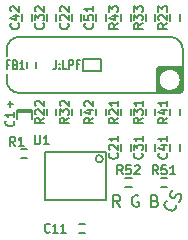
<source format=gto>
%TF.GenerationSoftware,KiCad,Pcbnew,(5.1.2-1)-1*%
%TF.CreationDate,2020-12-17T20:50:41+01:00*%
%TF.ProjectId,snes_rgb_bypass_amp,736e6573-5f72-4676-925f-627970617373,3.2*%
%TF.SameCoordinates,Original*%
%TF.FileFunction,Legend,Top*%
%TF.FilePolarity,Positive*%
%FSLAX46Y46*%
G04 Gerber Fmt 4.6, Leading zero omitted, Abs format (unit mm)*
G04 Created by KiCad (PCBNEW (5.1.2-1)-1) date 2020-12-17 20:50:41*
%MOMM*%
%LPD*%
G04 APERTURE LIST*
%ADD10C,0.152400*%
%ADD11C,0.152500*%
%ADD12C,0.203200*%
%ADD13C,0.150000*%
%ADD14C,0.160000*%
G04 APERTURE END LIST*
D10*
X145192857Y-100070214D02*
X145192857Y-100614500D01*
X145162619Y-100723357D01*
X145102142Y-100795928D01*
X145011428Y-100832214D01*
X144950952Y-100832214D01*
X145495238Y-100759642D02*
X145525476Y-100795928D01*
X145495238Y-100832214D01*
X145465000Y-100795928D01*
X145495238Y-100759642D01*
X145495238Y-100832214D01*
X145495238Y-100360500D02*
X145525476Y-100396785D01*
X145495238Y-100433071D01*
X145465000Y-100396785D01*
X145495238Y-100360500D01*
X145495238Y-100433071D01*
X146100000Y-100832214D02*
X145797619Y-100832214D01*
X145797619Y-100070214D01*
X146311666Y-100832214D02*
X146311666Y-100070214D01*
X146553571Y-100070214D01*
X146614047Y-100106500D01*
X146644285Y-100142785D01*
X146674523Y-100215357D01*
X146674523Y-100324214D01*
X146644285Y-100396785D01*
X146614047Y-100433071D01*
X146553571Y-100469357D01*
X146311666Y-100469357D01*
X147158333Y-100433071D02*
X146946666Y-100433071D01*
X146946666Y-100832214D02*
X146946666Y-100070214D01*
X147249047Y-100070214D01*
D11*
X141941000Y-104307500D02*
X143141000Y-104307500D01*
X141942000Y-104458840D02*
X143140880Y-104458840D01*
D12*
X150629476Y-112504619D02*
X150290809Y-112020809D01*
X150048904Y-112504619D02*
X150048904Y-111488619D01*
X150435952Y-111488619D01*
X150532714Y-111537000D01*
X150581095Y-111585380D01*
X150629476Y-111682142D01*
X150629476Y-111827285D01*
X150581095Y-111924047D01*
X150532714Y-111972428D01*
X150435952Y-112020809D01*
X150048904Y-112020809D01*
D13*
X141106428Y-103787857D02*
X141563571Y-103787857D01*
X141335000Y-104016428D02*
X141335000Y-103559285D01*
D12*
X155344576Y-112373075D02*
X155362285Y-112439165D01*
X155331613Y-112589053D01*
X155283232Y-112672851D01*
X155168761Y-112774358D01*
X155036582Y-112809775D01*
X154928593Y-112803293D01*
X154736806Y-112748430D01*
X154611109Y-112675859D01*
X154467703Y-112537198D01*
X154408095Y-112446918D01*
X154372678Y-112314739D01*
X154403350Y-112164851D01*
X154451731Y-112081053D01*
X154566201Y-111979546D01*
X154632291Y-111961837D01*
X155579999Y-112062072D02*
X155694470Y-111960566D01*
X155815422Y-111751070D01*
X155821904Y-111643081D01*
X155804195Y-111576991D01*
X155744588Y-111486711D01*
X155660789Y-111438330D01*
X155552801Y-111431849D01*
X155486711Y-111449557D01*
X155396431Y-111509165D01*
X155257770Y-111652571D01*
X155167490Y-111712179D01*
X155101400Y-111729888D01*
X154993411Y-111723406D01*
X154909613Y-111675025D01*
X154850005Y-111584745D01*
X154832297Y-111518655D01*
X154838779Y-111410666D01*
X154959731Y-111201171D01*
X155074201Y-111099664D01*
X152181095Y-111537000D02*
X152084333Y-111488619D01*
X151939190Y-111488619D01*
X151794047Y-111537000D01*
X151697285Y-111633761D01*
X151648904Y-111730523D01*
X151600523Y-111924047D01*
X151600523Y-112069190D01*
X151648904Y-112262714D01*
X151697285Y-112359476D01*
X151794047Y-112456238D01*
X151939190Y-112504619D01*
X152035952Y-112504619D01*
X152181095Y-112456238D01*
X152229476Y-112407857D01*
X152229476Y-112069190D01*
X152035952Y-112069190D01*
X153587571Y-111972428D02*
X153732714Y-112020809D01*
X153781095Y-112069190D01*
X153829476Y-112165952D01*
X153829476Y-112311095D01*
X153781095Y-112407857D01*
X153732714Y-112456238D01*
X153635952Y-112504619D01*
X153248904Y-112504619D01*
X153248904Y-111488619D01*
X153587571Y-111488619D01*
X153684333Y-111537000D01*
X153732714Y-111585380D01*
X153781095Y-111682142D01*
X153781095Y-111778904D01*
X153732714Y-111875666D01*
X153684333Y-111924047D01*
X153587571Y-111972428D01*
X153248904Y-111972428D01*
D10*
X144295000Y-107815000D02*
X144295000Y-111915000D01*
X149475000Y-107815000D02*
X149475000Y-111915000D01*
X149475000Y-107815000D02*
X144295000Y-107815000D01*
X149475000Y-111915000D02*
X144295000Y-111915000D01*
X149173540Y-108424820D02*
G75*
G03X149173540Y-108424820I-305857J0D01*
G01*
D13*
G36*
X154355000Y-100715000D02*
G01*
X154225000Y-100775000D01*
X154135000Y-100825000D01*
X154065000Y-100925000D01*
X153935000Y-101065000D01*
X153875000Y-101165000D01*
X153835000Y-101245000D01*
X153775000Y-101255000D01*
X153775000Y-101115000D01*
X153755000Y-100985000D01*
X153785000Y-100825000D01*
X153825000Y-100715000D01*
X153895000Y-100665000D01*
X154315000Y-100685000D01*
X154355000Y-100715000D01*
G37*
X154355000Y-100715000D02*
X154225000Y-100775000D01*
X154135000Y-100825000D01*
X154065000Y-100925000D01*
X153935000Y-101065000D01*
X153875000Y-101165000D01*
X153835000Y-101245000D01*
X153775000Y-101255000D01*
X153775000Y-101115000D01*
X153755000Y-100985000D01*
X153785000Y-100825000D01*
X153825000Y-100715000D01*
X153895000Y-100665000D01*
X154315000Y-100685000D01*
X154355000Y-100715000D01*
G36*
X153785000Y-102255000D02*
G01*
X153775000Y-102395000D01*
X153775000Y-102585000D01*
X153795000Y-102705000D01*
X153835000Y-102755000D01*
X153895000Y-102795000D01*
X153985000Y-102815000D01*
X154335000Y-102805000D01*
X153785000Y-102255000D01*
G37*
X153785000Y-102255000D02*
X153775000Y-102395000D01*
X153775000Y-102585000D01*
X153795000Y-102705000D01*
X153835000Y-102755000D01*
X153895000Y-102795000D01*
X153985000Y-102815000D01*
X154335000Y-102805000D01*
X153785000Y-102255000D01*
G36*
X155905000Y-102195000D02*
G01*
X155895000Y-102635000D01*
X155805000Y-102805000D01*
X155645000Y-102845000D01*
X155305000Y-102815000D01*
X155905000Y-102195000D01*
G37*
X155905000Y-102195000D02*
X155895000Y-102635000D01*
X155805000Y-102805000D01*
X155645000Y-102845000D01*
X155305000Y-102815000D01*
X155905000Y-102195000D01*
G36*
X155165000Y-100665000D02*
G01*
X155285000Y-100645000D01*
X155805000Y-101405000D01*
X155915000Y-101285000D01*
X155915000Y-100695000D01*
X155885000Y-100695000D01*
X155165000Y-100665000D01*
G37*
X155165000Y-100665000D02*
X155285000Y-100645000D01*
X155805000Y-101405000D01*
X155915000Y-101285000D01*
X155915000Y-100695000D01*
X155885000Y-100695000D01*
X155165000Y-100665000D01*
D14*
X155921002Y-101755000D02*
G75*
G03X155921002Y-101755000I-1086002J0D01*
G01*
X155765000Y-101755000D02*
G75*
G03X155765000Y-101755000I-930000J0D01*
G01*
D13*
X153996800Y-100639000D02*
X155698600Y-100639000D01*
X153719000Y-102593200D02*
X153719000Y-100916800D01*
D10*
X142135000Y-102871000D02*
X155673200Y-102871000D01*
X141019000Y-99215000D02*
X141019000Y-99723000D01*
X142135000Y-102871000D02*
G75*
G02X141019000Y-101755000I0J1116000D01*
G01*
X142135000Y-98099000D02*
X154835000Y-98099000D01*
X141019000Y-99215000D02*
G75*
G02X142135000Y-98099000I1116000J0D01*
G01*
D13*
X155951000Y-99215000D02*
X155951000Y-102593200D01*
D10*
X154835000Y-98099000D02*
G75*
G02X155951000Y-99215000I0J-1116000D01*
G01*
D13*
X153719000Y-100916800D02*
G75*
G02X153996800Y-100639000I277800J0D01*
G01*
D10*
X155951000Y-102593200D02*
G75*
G02X155673200Y-102871000I-277800J0D01*
G01*
D13*
X155673200Y-100639000D02*
G75*
G02X155951000Y-100916800I0J-277800D01*
G01*
X153996800Y-102871000D02*
G75*
G02X153719000Y-102593200I0J277800D01*
G01*
D10*
X141019000Y-101247000D02*
X141019000Y-101755000D01*
X148986600Y-101020900D02*
X148986600Y-99954100D01*
X147513400Y-101020900D02*
X147513400Y-99954100D01*
X148986600Y-99954100D02*
X147513400Y-99954100D01*
X148986600Y-101020900D02*
X147513400Y-101020900D01*
X142740000Y-100202500D02*
X142740000Y-100742500D01*
X143540000Y-100202500D02*
X143540000Y-100742500D01*
X141941000Y-104307500D02*
X141941000Y-105057500D01*
X143141000Y-104307500D02*
X143141000Y-105057500D01*
X154610200Y-110032300D02*
X154070200Y-110032300D01*
X154610200Y-110832300D02*
X154070200Y-110832300D01*
X151610200Y-110032300D02*
X151070200Y-110032300D01*
X151610200Y-110832300D02*
X151070200Y-110832300D01*
X142197700Y-108382300D02*
X142737700Y-108382300D01*
X142197700Y-107582300D02*
X142737700Y-107582300D01*
X155692300Y-104739800D02*
X155692300Y-104199800D01*
X154892300Y-104739800D02*
X154892300Y-104199800D01*
X153602300Y-104739800D02*
X153602300Y-104199800D01*
X152802300Y-104739800D02*
X152802300Y-104199800D01*
X151512300Y-104739800D02*
X151512300Y-104199800D01*
X150712300Y-104739800D02*
X150712300Y-104199800D01*
X149422300Y-104739800D02*
X149422300Y-104199800D01*
X148622300Y-104739800D02*
X148622300Y-104199800D01*
X147332300Y-104739800D02*
X147332300Y-104199800D01*
X146532300Y-104739800D02*
X146532300Y-104199800D01*
X145242300Y-104739800D02*
X145242300Y-104199800D01*
X144442300Y-104739800D02*
X144442300Y-104199800D01*
X155692300Y-96747300D02*
X155692300Y-96207300D01*
X154892300Y-96747300D02*
X154892300Y-96207300D01*
X153602300Y-96747300D02*
X153602300Y-96207300D01*
X152802300Y-96747300D02*
X152802300Y-96207300D01*
X151512300Y-96747300D02*
X151512300Y-96207300D01*
X150712300Y-96747300D02*
X150712300Y-96207300D01*
X147132300Y-114742700D02*
X147672300Y-114742700D01*
X147132300Y-113942700D02*
X147672300Y-113942700D01*
X155692300Y-107732300D02*
X155692300Y-107192300D01*
X154892300Y-107732300D02*
X154892300Y-107192300D01*
X153602300Y-107732300D02*
X153602300Y-107192300D01*
X152802300Y-107732300D02*
X152802300Y-107192300D01*
X151512300Y-107732300D02*
X151512300Y-107192300D01*
X150712300Y-107732300D02*
X150712300Y-107192300D01*
X149422300Y-96747300D02*
X149422300Y-96207300D01*
X148622300Y-96747300D02*
X148622300Y-96207300D01*
X147332300Y-96747300D02*
X147332300Y-96207300D01*
X146532300Y-96747300D02*
X146532300Y-96207300D01*
X145242300Y-96747300D02*
X145242300Y-96207300D01*
X144442300Y-96747300D02*
X144442300Y-96207300D01*
X143152300Y-96747300D02*
X143152300Y-96207300D01*
X142352300Y-96747300D02*
X142352300Y-96207300D01*
X143384428Y-106452714D02*
X143384428Y-107069571D01*
X143420714Y-107142142D01*
X143457000Y-107178428D01*
X143529571Y-107214714D01*
X143674714Y-107214714D01*
X143747285Y-107178428D01*
X143783571Y-107142142D01*
X143819857Y-107069571D01*
X143819857Y-106452714D01*
X144581857Y-107214714D02*
X144146428Y-107214714D01*
X144364142Y-107214714D02*
X144364142Y-106452714D01*
X144291571Y-106561571D01*
X144219000Y-106634142D01*
X144146428Y-106670428D01*
X141230833Y-100467071D02*
X141019166Y-100467071D01*
X141019166Y-100866214D02*
X141019166Y-100104214D01*
X141321547Y-100104214D01*
X141775119Y-100467071D02*
X141865833Y-100503357D01*
X141896071Y-100539642D01*
X141926309Y-100612214D01*
X141926309Y-100721071D01*
X141896071Y-100793642D01*
X141865833Y-100829928D01*
X141805357Y-100866214D01*
X141563452Y-100866214D01*
X141563452Y-100104214D01*
X141775119Y-100104214D01*
X141835595Y-100140500D01*
X141865833Y-100176785D01*
X141896071Y-100249357D01*
X141896071Y-100321928D01*
X141865833Y-100394500D01*
X141835595Y-100430785D01*
X141775119Y-100467071D01*
X141563452Y-100467071D01*
X142531071Y-100866214D02*
X142168214Y-100866214D01*
X142349642Y-100866214D02*
X142349642Y-100104214D01*
X142289166Y-100213071D01*
X142228690Y-100285642D01*
X142168214Y-100321928D01*
X141607142Y-105209500D02*
X141643428Y-105245785D01*
X141679714Y-105354642D01*
X141679714Y-105427214D01*
X141643428Y-105536071D01*
X141570857Y-105608642D01*
X141498285Y-105644928D01*
X141353142Y-105681214D01*
X141244285Y-105681214D01*
X141099142Y-105644928D01*
X141026571Y-105608642D01*
X140954000Y-105536071D01*
X140917714Y-105427214D01*
X140917714Y-105354642D01*
X140954000Y-105245785D01*
X140990285Y-105209500D01*
X141679714Y-104483785D02*
X141679714Y-104919214D01*
X141679714Y-104701500D02*
X140917714Y-104701500D01*
X141026571Y-104774071D01*
X141099142Y-104846642D01*
X141135428Y-104919214D01*
X153837642Y-109739714D02*
X153583642Y-109376857D01*
X153402214Y-109739714D02*
X153402214Y-108977714D01*
X153692500Y-108977714D01*
X153765071Y-109014000D01*
X153801357Y-109050285D01*
X153837642Y-109122857D01*
X153837642Y-109231714D01*
X153801357Y-109304285D01*
X153765071Y-109340571D01*
X153692500Y-109376857D01*
X153402214Y-109376857D01*
X154527071Y-108977714D02*
X154164214Y-108977714D01*
X154127928Y-109340571D01*
X154164214Y-109304285D01*
X154236785Y-109268000D01*
X154418214Y-109268000D01*
X154490785Y-109304285D01*
X154527071Y-109340571D01*
X154563357Y-109413142D01*
X154563357Y-109594571D01*
X154527071Y-109667142D01*
X154490785Y-109703428D01*
X154418214Y-109739714D01*
X154236785Y-109739714D01*
X154164214Y-109703428D01*
X154127928Y-109667142D01*
X155289071Y-109739714D02*
X154853642Y-109739714D01*
X155071357Y-109739714D02*
X155071357Y-108977714D01*
X154998785Y-109086571D01*
X154926214Y-109159142D01*
X154853642Y-109195428D01*
X150837642Y-109739714D02*
X150583642Y-109376857D01*
X150402214Y-109739714D02*
X150402214Y-108977714D01*
X150692500Y-108977714D01*
X150765071Y-109014000D01*
X150801357Y-109050285D01*
X150837642Y-109122857D01*
X150837642Y-109231714D01*
X150801357Y-109304285D01*
X150765071Y-109340571D01*
X150692500Y-109376857D01*
X150402214Y-109376857D01*
X151527071Y-108977714D02*
X151164214Y-108977714D01*
X151127928Y-109340571D01*
X151164214Y-109304285D01*
X151236785Y-109268000D01*
X151418214Y-109268000D01*
X151490785Y-109304285D01*
X151527071Y-109340571D01*
X151563357Y-109413142D01*
X151563357Y-109594571D01*
X151527071Y-109667142D01*
X151490785Y-109703428D01*
X151418214Y-109739714D01*
X151236785Y-109739714D01*
X151164214Y-109703428D01*
X151127928Y-109667142D01*
X151853642Y-109050285D02*
X151889928Y-109014000D01*
X151962500Y-108977714D01*
X152143928Y-108977714D01*
X152216500Y-109014000D01*
X152252785Y-109050285D01*
X152289071Y-109122857D01*
X152289071Y-109195428D01*
X152252785Y-109304285D01*
X151817357Y-109739714D01*
X152289071Y-109739714D01*
X141738000Y-107339714D02*
X141484000Y-106976857D01*
X141302571Y-107339714D02*
X141302571Y-106577714D01*
X141592857Y-106577714D01*
X141665428Y-106614000D01*
X141701714Y-106650285D01*
X141738000Y-106722857D01*
X141738000Y-106831714D01*
X141701714Y-106904285D01*
X141665428Y-106940571D01*
X141592857Y-106976857D01*
X141302571Y-106976857D01*
X142463714Y-107339714D02*
X142028285Y-107339714D01*
X142246000Y-107339714D02*
X142246000Y-106577714D01*
X142173428Y-106686571D01*
X142100857Y-106759142D01*
X142028285Y-106795428D01*
X154637014Y-104959657D02*
X154274157Y-105213657D01*
X154637014Y-105395085D02*
X153875014Y-105395085D01*
X153875014Y-105104800D01*
X153911300Y-105032228D01*
X153947585Y-104995942D01*
X154020157Y-104959657D01*
X154129014Y-104959657D01*
X154201585Y-104995942D01*
X154237871Y-105032228D01*
X154274157Y-105104800D01*
X154274157Y-105395085D01*
X154129014Y-104306514D02*
X154637014Y-104306514D01*
X153838728Y-104487942D02*
X154383014Y-104669371D01*
X154383014Y-104197657D01*
X154637014Y-103508228D02*
X154637014Y-103943657D01*
X154637014Y-103725942D02*
X153875014Y-103725942D01*
X153983871Y-103798514D01*
X154056442Y-103871085D01*
X154092728Y-103943657D01*
X152547014Y-104959657D02*
X152184157Y-105213657D01*
X152547014Y-105395085D02*
X151785014Y-105395085D01*
X151785014Y-105104800D01*
X151821300Y-105032228D01*
X151857585Y-104995942D01*
X151930157Y-104959657D01*
X152039014Y-104959657D01*
X152111585Y-104995942D01*
X152147871Y-105032228D01*
X152184157Y-105104800D01*
X152184157Y-105395085D01*
X151785014Y-104705657D02*
X151785014Y-104233942D01*
X152075300Y-104487942D01*
X152075300Y-104379085D01*
X152111585Y-104306514D01*
X152147871Y-104270228D01*
X152220442Y-104233942D01*
X152401871Y-104233942D01*
X152474442Y-104270228D01*
X152510728Y-104306514D01*
X152547014Y-104379085D01*
X152547014Y-104596800D01*
X152510728Y-104669371D01*
X152474442Y-104705657D01*
X152547014Y-103508228D02*
X152547014Y-103943657D01*
X152547014Y-103725942D02*
X151785014Y-103725942D01*
X151893871Y-103798514D01*
X151966442Y-103871085D01*
X152002728Y-103943657D01*
X150457014Y-104959657D02*
X150094157Y-105213657D01*
X150457014Y-105395085D02*
X149695014Y-105395085D01*
X149695014Y-105104800D01*
X149731300Y-105032228D01*
X149767585Y-104995942D01*
X149840157Y-104959657D01*
X149949014Y-104959657D01*
X150021585Y-104995942D01*
X150057871Y-105032228D01*
X150094157Y-105104800D01*
X150094157Y-105395085D01*
X149767585Y-104669371D02*
X149731300Y-104633085D01*
X149695014Y-104560514D01*
X149695014Y-104379085D01*
X149731300Y-104306514D01*
X149767585Y-104270228D01*
X149840157Y-104233942D01*
X149912728Y-104233942D01*
X150021585Y-104270228D01*
X150457014Y-104705657D01*
X150457014Y-104233942D01*
X150457014Y-103508228D02*
X150457014Y-103943657D01*
X150457014Y-103725942D02*
X149695014Y-103725942D01*
X149803871Y-103798514D01*
X149876442Y-103871085D01*
X149912728Y-103943657D01*
X148367014Y-104959657D02*
X148004157Y-105213657D01*
X148367014Y-105395085D02*
X147605014Y-105395085D01*
X147605014Y-105104800D01*
X147641300Y-105032228D01*
X147677585Y-104995942D01*
X147750157Y-104959657D01*
X147859014Y-104959657D01*
X147931585Y-104995942D01*
X147967871Y-105032228D01*
X148004157Y-105104800D01*
X148004157Y-105395085D01*
X147859014Y-104306514D02*
X148367014Y-104306514D01*
X147568728Y-104487942D02*
X148113014Y-104669371D01*
X148113014Y-104197657D01*
X147677585Y-103943657D02*
X147641300Y-103907371D01*
X147605014Y-103834800D01*
X147605014Y-103653371D01*
X147641300Y-103580800D01*
X147677585Y-103544514D01*
X147750157Y-103508228D01*
X147822728Y-103508228D01*
X147931585Y-103544514D01*
X148367014Y-103979942D01*
X148367014Y-103508228D01*
X146277014Y-104959657D02*
X145914157Y-105213657D01*
X146277014Y-105395085D02*
X145515014Y-105395085D01*
X145515014Y-105104800D01*
X145551300Y-105032228D01*
X145587585Y-104995942D01*
X145660157Y-104959657D01*
X145769014Y-104959657D01*
X145841585Y-104995942D01*
X145877871Y-105032228D01*
X145914157Y-105104800D01*
X145914157Y-105395085D01*
X145515014Y-104705657D02*
X145515014Y-104233942D01*
X145805300Y-104487942D01*
X145805300Y-104379085D01*
X145841585Y-104306514D01*
X145877871Y-104270228D01*
X145950442Y-104233942D01*
X146131871Y-104233942D01*
X146204442Y-104270228D01*
X146240728Y-104306514D01*
X146277014Y-104379085D01*
X146277014Y-104596800D01*
X146240728Y-104669371D01*
X146204442Y-104705657D01*
X145587585Y-103943657D02*
X145551300Y-103907371D01*
X145515014Y-103834800D01*
X145515014Y-103653371D01*
X145551300Y-103580800D01*
X145587585Y-103544514D01*
X145660157Y-103508228D01*
X145732728Y-103508228D01*
X145841585Y-103544514D01*
X146277014Y-103979942D01*
X146277014Y-103508228D01*
X144187014Y-104959657D02*
X143824157Y-105213657D01*
X144187014Y-105395085D02*
X143425014Y-105395085D01*
X143425014Y-105104800D01*
X143461300Y-105032228D01*
X143497585Y-104995942D01*
X143570157Y-104959657D01*
X143679014Y-104959657D01*
X143751585Y-104995942D01*
X143787871Y-105032228D01*
X143824157Y-105104800D01*
X143824157Y-105395085D01*
X143497585Y-104669371D02*
X143461300Y-104633085D01*
X143425014Y-104560514D01*
X143425014Y-104379085D01*
X143461300Y-104306514D01*
X143497585Y-104270228D01*
X143570157Y-104233942D01*
X143642728Y-104233942D01*
X143751585Y-104270228D01*
X144187014Y-104705657D01*
X144187014Y-104233942D01*
X143497585Y-103943657D02*
X143461300Y-103907371D01*
X143425014Y-103834800D01*
X143425014Y-103653371D01*
X143461300Y-103580800D01*
X143497585Y-103544514D01*
X143570157Y-103508228D01*
X143642728Y-103508228D01*
X143751585Y-103544514D01*
X144187014Y-103979942D01*
X144187014Y-103508228D01*
X154637014Y-96967157D02*
X154274157Y-97221157D01*
X154637014Y-97402585D02*
X153875014Y-97402585D01*
X153875014Y-97112300D01*
X153911300Y-97039728D01*
X153947585Y-97003442D01*
X154020157Y-96967157D01*
X154129014Y-96967157D01*
X154201585Y-97003442D01*
X154237871Y-97039728D01*
X154274157Y-97112300D01*
X154274157Y-97402585D01*
X153947585Y-96676871D02*
X153911300Y-96640585D01*
X153875014Y-96568014D01*
X153875014Y-96386585D01*
X153911300Y-96314014D01*
X153947585Y-96277728D01*
X154020157Y-96241442D01*
X154092728Y-96241442D01*
X154201585Y-96277728D01*
X154637014Y-96713157D01*
X154637014Y-96241442D01*
X153875014Y-95987442D02*
X153875014Y-95515728D01*
X154165300Y-95769728D01*
X154165300Y-95660871D01*
X154201585Y-95588300D01*
X154237871Y-95552014D01*
X154310442Y-95515728D01*
X154491871Y-95515728D01*
X154564442Y-95552014D01*
X154600728Y-95588300D01*
X154637014Y-95660871D01*
X154637014Y-95878585D01*
X154600728Y-95951157D01*
X154564442Y-95987442D01*
X152547014Y-96967157D02*
X152184157Y-97221157D01*
X152547014Y-97402585D02*
X151785014Y-97402585D01*
X151785014Y-97112300D01*
X151821300Y-97039728D01*
X151857585Y-97003442D01*
X151930157Y-96967157D01*
X152039014Y-96967157D01*
X152111585Y-97003442D01*
X152147871Y-97039728D01*
X152184157Y-97112300D01*
X152184157Y-97402585D01*
X151785014Y-96713157D02*
X151785014Y-96241442D01*
X152075300Y-96495442D01*
X152075300Y-96386585D01*
X152111585Y-96314014D01*
X152147871Y-96277728D01*
X152220442Y-96241442D01*
X152401871Y-96241442D01*
X152474442Y-96277728D01*
X152510728Y-96314014D01*
X152547014Y-96386585D01*
X152547014Y-96604300D01*
X152510728Y-96676871D01*
X152474442Y-96713157D01*
X151785014Y-95987442D02*
X151785014Y-95515728D01*
X152075300Y-95769728D01*
X152075300Y-95660871D01*
X152111585Y-95588300D01*
X152147871Y-95552014D01*
X152220442Y-95515728D01*
X152401871Y-95515728D01*
X152474442Y-95552014D01*
X152510728Y-95588300D01*
X152547014Y-95660871D01*
X152547014Y-95878585D01*
X152510728Y-95951157D01*
X152474442Y-95987442D01*
X150457014Y-96967157D02*
X150094157Y-97221157D01*
X150457014Y-97402585D02*
X149695014Y-97402585D01*
X149695014Y-97112300D01*
X149731300Y-97039728D01*
X149767585Y-97003442D01*
X149840157Y-96967157D01*
X149949014Y-96967157D01*
X150021585Y-97003442D01*
X150057871Y-97039728D01*
X150094157Y-97112300D01*
X150094157Y-97402585D01*
X149949014Y-96314014D02*
X150457014Y-96314014D01*
X149658728Y-96495442D02*
X150203014Y-96676871D01*
X150203014Y-96205157D01*
X149695014Y-95987442D02*
X149695014Y-95515728D01*
X149985300Y-95769728D01*
X149985300Y-95660871D01*
X150021585Y-95588300D01*
X150057871Y-95552014D01*
X150130442Y-95515728D01*
X150311871Y-95515728D01*
X150384442Y-95552014D01*
X150420728Y-95588300D01*
X150457014Y-95660871D01*
X150457014Y-95878585D01*
X150420728Y-95951157D01*
X150384442Y-95987442D01*
X144682800Y-114602142D02*
X144648933Y-114638428D01*
X144547333Y-114674714D01*
X144479600Y-114674714D01*
X144378000Y-114638428D01*
X144310266Y-114565857D01*
X144276400Y-114493285D01*
X144242533Y-114348142D01*
X144242533Y-114239285D01*
X144276400Y-114094142D01*
X144310266Y-114021571D01*
X144378000Y-113949000D01*
X144479600Y-113912714D01*
X144547333Y-113912714D01*
X144648933Y-113949000D01*
X144682800Y-113985285D01*
X145360133Y-114674714D02*
X144953733Y-114674714D01*
X145156933Y-114674714D02*
X145156933Y-113912714D01*
X145089200Y-114021571D01*
X145021466Y-114094142D01*
X144953733Y-114130428D01*
X146037466Y-114674714D02*
X145631066Y-114674714D01*
X145834266Y-114674714D02*
X145834266Y-113912714D01*
X145766533Y-114021571D01*
X145698800Y-114094142D01*
X145631066Y-114130428D01*
X154564442Y-107952157D02*
X154600728Y-107988442D01*
X154637014Y-108097300D01*
X154637014Y-108169871D01*
X154600728Y-108278728D01*
X154528157Y-108351300D01*
X154455585Y-108387585D01*
X154310442Y-108423871D01*
X154201585Y-108423871D01*
X154056442Y-108387585D01*
X153983871Y-108351300D01*
X153911300Y-108278728D01*
X153875014Y-108169871D01*
X153875014Y-108097300D01*
X153911300Y-107988442D01*
X153947585Y-107952157D01*
X154129014Y-107299014D02*
X154637014Y-107299014D01*
X153838728Y-107480442D02*
X154383014Y-107661871D01*
X154383014Y-107190157D01*
X154637014Y-106500728D02*
X154637014Y-106936157D01*
X154637014Y-106718442D02*
X153875014Y-106718442D01*
X153983871Y-106791014D01*
X154056442Y-106863585D01*
X154092728Y-106936157D01*
X152474442Y-107952157D02*
X152510728Y-107988442D01*
X152547014Y-108097300D01*
X152547014Y-108169871D01*
X152510728Y-108278728D01*
X152438157Y-108351300D01*
X152365585Y-108387585D01*
X152220442Y-108423871D01*
X152111585Y-108423871D01*
X151966442Y-108387585D01*
X151893871Y-108351300D01*
X151821300Y-108278728D01*
X151785014Y-108169871D01*
X151785014Y-108097300D01*
X151821300Y-107988442D01*
X151857585Y-107952157D01*
X151785014Y-107698157D02*
X151785014Y-107226442D01*
X152075300Y-107480442D01*
X152075300Y-107371585D01*
X152111585Y-107299014D01*
X152147871Y-107262728D01*
X152220442Y-107226442D01*
X152401871Y-107226442D01*
X152474442Y-107262728D01*
X152510728Y-107299014D01*
X152547014Y-107371585D01*
X152547014Y-107589300D01*
X152510728Y-107661871D01*
X152474442Y-107698157D01*
X152547014Y-106500728D02*
X152547014Y-106936157D01*
X152547014Y-106718442D02*
X151785014Y-106718442D01*
X151893871Y-106791014D01*
X151966442Y-106863585D01*
X152002728Y-106936157D01*
X150384442Y-107952157D02*
X150420728Y-107988442D01*
X150457014Y-108097300D01*
X150457014Y-108169871D01*
X150420728Y-108278728D01*
X150348157Y-108351300D01*
X150275585Y-108387585D01*
X150130442Y-108423871D01*
X150021585Y-108423871D01*
X149876442Y-108387585D01*
X149803871Y-108351300D01*
X149731300Y-108278728D01*
X149695014Y-108169871D01*
X149695014Y-108097300D01*
X149731300Y-107988442D01*
X149767585Y-107952157D01*
X149767585Y-107661871D02*
X149731300Y-107625585D01*
X149695014Y-107553014D01*
X149695014Y-107371585D01*
X149731300Y-107299014D01*
X149767585Y-107262728D01*
X149840157Y-107226442D01*
X149912728Y-107226442D01*
X150021585Y-107262728D01*
X150457014Y-107698157D01*
X150457014Y-107226442D01*
X150457014Y-106500728D02*
X150457014Y-106936157D01*
X150457014Y-106718442D02*
X149695014Y-106718442D01*
X149803871Y-106791014D01*
X149876442Y-106863585D01*
X149912728Y-106936157D01*
X148294442Y-96967157D02*
X148330728Y-97003442D01*
X148367014Y-97112300D01*
X148367014Y-97184871D01*
X148330728Y-97293728D01*
X148258157Y-97366300D01*
X148185585Y-97402585D01*
X148040442Y-97438871D01*
X147931585Y-97438871D01*
X147786442Y-97402585D01*
X147713871Y-97366300D01*
X147641300Y-97293728D01*
X147605014Y-97184871D01*
X147605014Y-97112300D01*
X147641300Y-97003442D01*
X147677585Y-96967157D01*
X147605014Y-96277728D02*
X147605014Y-96640585D01*
X147967871Y-96676871D01*
X147931585Y-96640585D01*
X147895300Y-96568014D01*
X147895300Y-96386585D01*
X147931585Y-96314014D01*
X147967871Y-96277728D01*
X148040442Y-96241442D01*
X148221871Y-96241442D01*
X148294442Y-96277728D01*
X148330728Y-96314014D01*
X148367014Y-96386585D01*
X148367014Y-96568014D01*
X148330728Y-96640585D01*
X148294442Y-96676871D01*
X148367014Y-95515728D02*
X148367014Y-95951157D01*
X148367014Y-95733442D02*
X147605014Y-95733442D01*
X147713871Y-95806014D01*
X147786442Y-95878585D01*
X147822728Y-95951157D01*
X146204442Y-96967157D02*
X146240728Y-97003442D01*
X146277014Y-97112300D01*
X146277014Y-97184871D01*
X146240728Y-97293728D01*
X146168157Y-97366300D01*
X146095585Y-97402585D01*
X145950442Y-97438871D01*
X145841585Y-97438871D01*
X145696442Y-97402585D01*
X145623871Y-97366300D01*
X145551300Y-97293728D01*
X145515014Y-97184871D01*
X145515014Y-97112300D01*
X145551300Y-97003442D01*
X145587585Y-96967157D01*
X145587585Y-96676871D02*
X145551300Y-96640585D01*
X145515014Y-96568014D01*
X145515014Y-96386585D01*
X145551300Y-96314014D01*
X145587585Y-96277728D01*
X145660157Y-96241442D01*
X145732728Y-96241442D01*
X145841585Y-96277728D01*
X146277014Y-96713157D01*
X146277014Y-96241442D01*
X145587585Y-95951157D02*
X145551300Y-95914871D01*
X145515014Y-95842300D01*
X145515014Y-95660871D01*
X145551300Y-95588300D01*
X145587585Y-95552014D01*
X145660157Y-95515728D01*
X145732728Y-95515728D01*
X145841585Y-95552014D01*
X146277014Y-95987442D01*
X146277014Y-95515728D01*
X144114442Y-96967157D02*
X144150728Y-97003442D01*
X144187014Y-97112300D01*
X144187014Y-97184871D01*
X144150728Y-97293728D01*
X144078157Y-97366300D01*
X144005585Y-97402585D01*
X143860442Y-97438871D01*
X143751585Y-97438871D01*
X143606442Y-97402585D01*
X143533871Y-97366300D01*
X143461300Y-97293728D01*
X143425014Y-97184871D01*
X143425014Y-97112300D01*
X143461300Y-97003442D01*
X143497585Y-96967157D01*
X143425014Y-96713157D02*
X143425014Y-96241442D01*
X143715300Y-96495442D01*
X143715300Y-96386585D01*
X143751585Y-96314014D01*
X143787871Y-96277728D01*
X143860442Y-96241442D01*
X144041871Y-96241442D01*
X144114442Y-96277728D01*
X144150728Y-96314014D01*
X144187014Y-96386585D01*
X144187014Y-96604300D01*
X144150728Y-96676871D01*
X144114442Y-96713157D01*
X143497585Y-95951157D02*
X143461300Y-95914871D01*
X143425014Y-95842300D01*
X143425014Y-95660871D01*
X143461300Y-95588300D01*
X143497585Y-95552014D01*
X143570157Y-95515728D01*
X143642728Y-95515728D01*
X143751585Y-95552014D01*
X144187014Y-95987442D01*
X144187014Y-95515728D01*
X142024442Y-96967157D02*
X142060728Y-97003442D01*
X142097014Y-97112300D01*
X142097014Y-97184871D01*
X142060728Y-97293728D01*
X141988157Y-97366300D01*
X141915585Y-97402585D01*
X141770442Y-97438871D01*
X141661585Y-97438871D01*
X141516442Y-97402585D01*
X141443871Y-97366300D01*
X141371300Y-97293728D01*
X141335014Y-97184871D01*
X141335014Y-97112300D01*
X141371300Y-97003442D01*
X141407585Y-96967157D01*
X141589014Y-96314014D02*
X142097014Y-96314014D01*
X141298728Y-96495442D02*
X141843014Y-96676871D01*
X141843014Y-96205157D01*
X141407585Y-95951157D02*
X141371300Y-95914871D01*
X141335014Y-95842300D01*
X141335014Y-95660871D01*
X141371300Y-95588300D01*
X141407585Y-95552014D01*
X141480157Y-95515728D01*
X141552728Y-95515728D01*
X141661585Y-95552014D01*
X142097014Y-95987442D01*
X142097014Y-95515728D01*
M02*

</source>
